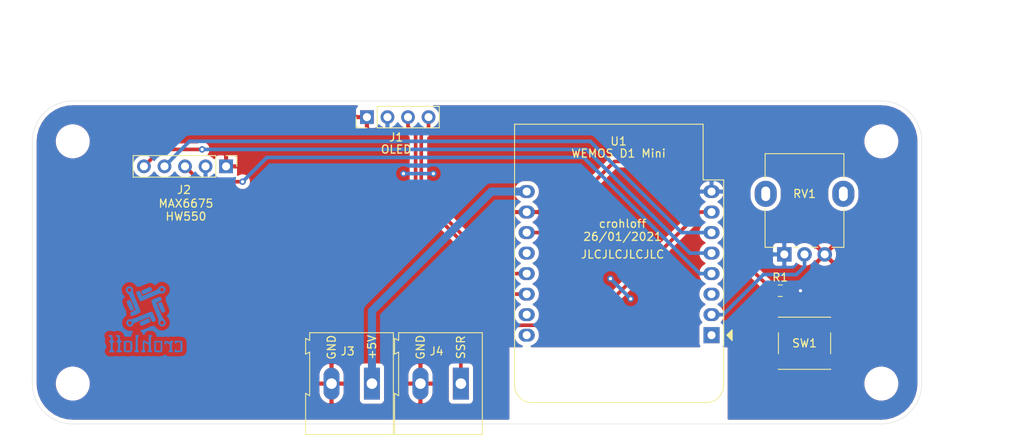
<source format=kicad_pcb>
(kicad_pcb (version 20171130) (host pcbnew 5.1.10-88a1d61d58~88~ubuntu20.04.1)
  (title_block (title "hotplate solder iron") (date 2021-01-26) (rev 1.0))
  (layers (0 F.Cu signal) (31 B.Cu signal) (34 B.Paste user) (35 F.Paste user) (36 B.SilkS user) (37 F.SilkS user) (38 B.Mask user) (39 F.Mask user) (44 Edge.Cuts user))
  (net 0 "")
  (net 1 /SDA)
  (net 2 /SCL)
  (net 3 +3V3)
  (net 4 GND)
  (net 5 /SCK)
  (net 6 /CS)
  (net 7 /MISO)
  (net 8 +5V)
  (net 9 /SSR)
  (net 10 /trigger)
  (net 11 "Net-(RV1-Pad2)")
  (net 12 "Net-(U1-Pad1)")
  (net 13 "Net-(U1-Pad3)")
  (net 14 "Net-(U1-Pad12)")
  (net 15 "Net-(U1-Pad15)")
  (net 16 "Net-(U1-Pad16)")
  (module custom_footprints:crohloff_logo_10x10mm (layer B.Cu) (at 158 155 180)
    (fp_text reference G*** hide)
    (fp_text value LOGO hide)
    (fp_poly (pts (xy 4.500985 -1.989608) (xy 4.560185 -2.023646) (xy 4.572 -2.0828) (xy 4.542234 -2.16247) (xy 4.445 -2.1844) (xy 4.369626 -2.192635) (xy 4.332024 -2.234662) (xy 4.319203 -2.336463) (xy 4.318 -2.4384) (xy 4.323349 -2.59075) (xy 4.346053 -2.666733) (xy 4.3961 -2.691313) (xy 4.4196 -2.6924) (xy 4.504502 -2.728321) (xy 4.5212 -2.794) (xy 4.485278 -2.878902) (xy 4.4196 -2.8956) (xy 4.373358 -2.902572) (xy 4.343755 -2.935748) (xy 4.327115 -3.013517) (xy 4.319758 -3.154269) (xy 4.318008 -3.376393) (xy 4.318 -3.4036) (xy 4.319394 -3.634809) (xy 4.326029 -3.782821) (xy 4.341583 -3.866023) (xy 4.369733 -3.902806) (xy 4.414158 -3.911558) (xy 4.4196 -3.9116) (xy 4.504502 -3.947521) (xy 4.5212 -4.0132) (xy 4.510908 -4.068184) (xy 4.465067 -4.098839) (xy 4.361227 -4.112072) (xy 4.191 -4.1148) (xy 4.012301 -4.111633) (xy 3.912672 -4.097528) (xy 3.869662 -4.065577) (xy 3.8608 -4.0132) (xy 3.896721 -3.928297) (xy 3.9624 -3.9116) (xy 4.008641 -3.904627) (xy 4.038244 -3.871451) (xy 4.054884 -3.793682) (xy 4.062241 -3.65293) (xy 4.063991 -3.430806) (xy 4.064 -3.4036) (xy 4.062605 -3.17239) (xy 4.05597 -3.024378) (xy 4.040416 -2.941176) (xy 4.012266 -2.904393) (xy 3.967841 -2.895641) (xy 3.9624 -2.8956) (xy 3.877497 -2.859678) (xy 3.8608 -2.794) (xy 3.896721 -2.709097) (xy 3.9624 -2.6924) (xy 4.026252 -2.677204) (xy 4.05621 -2.614306) (xy 4.063983 -2.47774) (xy 4.064 -2.467107) (xy 4.075347 -2.294183) (xy 4.103582 -2.142311) (xy 4.113542 -2.111507) (xy 4.163162 -2.025228) (xy 4.247194 -1.988066) (xy 4.367542 -1.9812) (xy 4.500985 -1.989608)) (layer B.Cu) (width 0.01))
    (fp_poly (pts (xy 3.593403 -1.990709) (xy 3.648508 -2.028657) (xy 3.6576 -2.0828) (xy 3.627834 -2.16247) (xy 3.5306 -2.1844) (xy 3.455226 -2.192635) (xy 3.417624 -2.234662) (xy 3.404803 -2.336463) (xy 3.4036 -2.4384) (xy 3.408949 -2.59075) (xy 3.431653 -2.666733) (xy 3.4817 -2.691313) (xy 3.5052 -2.6924) (xy 3.590102 -2.728321) (xy 3.6068 -2.794) (xy 3.570878 -2.878902) (xy 3.5052 -2.8956) (xy 3.458958 -2.902572) (xy 3.429355 -2.935748) (xy 3.412715 -3.013517) (xy 3.405358 -3.154269) (xy 3.403608 -3.376393) (xy 3.4036 -3.4036) (xy 3.404994 -3.634809) (xy 3.411629 -3.782821) (xy 3.427183 -3.866023) (xy 3.455333 -3.902806) (xy 3.499758 -3.911558) (xy 3.5052 -3.9116) (xy 3.590102 -3.947521) (xy 3.6068 -4.0132) (xy 3.596248 -4.06875) (xy 3.549457 -4.099415) (xy 3.443721 -4.112365) (xy 3.285066 -4.1148) (xy 3.112619 -4.109817) (xy 2.983272 -4.096832) (xy 2.929466 -4.080933) (xy 2.893189 -3.996184) (xy 2.940914 -3.93024) (xy 3.0226 -3.9116) (xy 3.080396 -3.908473) (xy 3.1173 -3.886685) (xy 3.137999 -3.827621) (xy 3.147178 -3.712666) (xy 3.149524 -3.523206) (xy 3.1496 -3.407133) (xy 3.148388 -3.17701) (xy 3.141955 -3.029285) (xy 3.126107 -2.94476) (xy 3.096649 -2.904237) (xy 3.049385 -2.88852) (xy 3.035818 -2.886433) (xy 2.935592 -2.843394) (xy 2.90122 -2.774434) (xy 2.935642 -2.713215) (xy 3.018875 -2.6924) (xy 3.092228 -2.686104) (xy 3.131285 -2.65103) (xy 3.146818 -2.562898) (xy 3.1496 -2.397759) (xy 3.161631 -2.18954) (xy 3.206894 -2.062845) (xy 3.299144 -1.99948) (xy 3.452136 -1.981255) (xy 3.46456 -1.9812) (xy 3.593403 -1.990709)) (layer B.Cu) (width 0.01))
    (fp_poly (pts (xy 2.405538 -2.695821) (xy 2.54791 -2.708203) (xy 2.626888 -2.732727) (xy 2.661493 -2.772569) (xy 2.661564 -2.772754) (xy 2.673939 -2.853895) (xy 2.683945 -3.012566) (xy 2.690455 -3.224704) (xy 2.6924 -3.431367) (xy 2.690093 -3.705968) (xy 2.674907 -3.894961) (xy 2.634437 -4.014338) (xy 2.556281 -4.08009) (xy 2.428036 -4.108209) (xy 2.2373 -4.114686) (xy 2.162339 -4.1148) (xy 1.962324 -4.107773) (xy 1.833453 -4.08206) (xy 1.74595 -4.030708) (xy 1.7272 -4.0132) (xy 1.679905 -3.953309) (xy 1.649828 -3.873006) (xy 1.63326 -3.749931) (xy 1.626496 -3.561724) (xy 1.6256 -3.40026) (xy 1.627816 -3.119991) (xy 1.642681 -2.925608) (xy 1.652305 -2.8956) (xy 1.8796 -2.8956) (xy 1.8796 -3.9116) (xy 2.4384 -3.9116) (xy 2.4384 -2.8956) (xy 1.8796 -2.8956) (xy 1.652305 -2.8956) (xy 1.682518 -2.801397) (xy 1.759652 -2.731645) (xy 1.886405 -2.700638) (xy 2.075102 -2.692662) (xy 2.180752 -2.6924) (xy 2.405538 -2.695821)) (layer B.Cu) (width 0.01))
    (fp_poly (pts (xy 1.2192 -2.9464) (xy 1.21958 -3.281481) (xy 1.221698 -3.528407) (xy 1.227021 -3.700625) (xy 1.237017 -3.811579) (xy 1.253153 -3.874715) (xy 1.276895 -3.903478) (xy 1.309712 -3.911313) (xy 1.324524 -3.9116) (xy 1.405481 -3.938936) (xy 1.412931 -4.0005) (xy 1.380466 -4.054308) (xy 1.293867 -4.086024) (xy 1.130864 -4.103164) (xy 1.104406 -4.104635) (xy 0.939579 -4.109813) (xy 0.852017 -4.098396) (xy 0.817816 -4.063095) (xy 0.8128 -4.015735) (xy 0.843972 -3.931005) (xy 0.889 -3.9116) (xy 0.917235 -3.898457) (xy 0.937685 -3.850126) (xy 0.951529 -3.753257) (xy 0.959943 -3.594497) (xy 0.964107 -3.360495) (xy 0.9652 -3.048) (xy 0.96404 -2.727999) (xy 0.959775 -2.496228) (xy 0.951228 -2.339335) (xy 0.93722 -2.243969) (xy 0.916573 -2.196777) (xy 0.889 -2.1844) (xy 0.826943 -2.142048) (xy 0.8128 -2.0828) (xy 0.82984 -2.016329) (xy 0.898713 -1.986952) (xy 1.016 -1.9812) (xy 1.2192 -1.9812) (xy 1.2192 -2.9464)) (layer B.Cu) (width 0.01))
    (fp_poly (pts (xy -0.4064 -2.950382) (xy -0.107552 -2.784832) (xy 0.066432 -2.695394) (xy 0.19061 -2.656808) (xy 0.273278 -2.678534) (xy 0.322736 -2.770036) (xy 0.347282 -2.940776) (xy 0.355213 -3.200217) (xy 0.3556 -3.312976) (xy 0.356977 -3.558322) (xy 0.363249 -3.720536) (xy 0.377626 -3.818071) (xy 0.403321 -3.869382) (xy 0.443543 -3.892921) (xy 0.4572 -3.89688) (xy 0.540211 -3.958993) (xy 0.5588 -4.019124) (xy 0.544826 -4.074681) (xy 0.487158 -4.103614) (xy 0.362177 -4.114012) (xy 0.2794 -4.1148) (xy 0.117233 -4.110048) (xy 0.032774 -4.090364) (xy 0.00236 -4.047602) (xy 0 -4.018635) (xy 0.035358 -3.923983) (xy 0.0762 -3.893229) (xy 0.113226 -3.857826) (xy 0.136536 -3.774295) (xy 0.148726 -3.625138) (xy 0.152393 -3.392857) (xy 0.1524 -3.379794) (xy 0.149124 -3.172046) (xy 0.140319 -3.008898) (xy 0.127516 -2.912377) (xy 0.118747 -2.8956) (xy 0.060908 -2.920999) (xy -0.053614 -2.986645) (xy -0.160653 -3.053295) (xy -0.4064 -3.210991) (xy -0.4064 -3.561295) (xy -0.402194 -3.751053) (xy -0.386573 -3.859173) (xy -0.355037 -3.905384) (xy -0.326476 -3.9116) (xy -0.265691 -3.949475) (xy -0.263451 -4.0005) (xy -0.299043 -4.056947) (xy -0.393616 -4.089376) (xy -0.546576 -4.104754) (xy -0.702314 -4.109642) (xy -0.78188 -4.095458) (xy -0.810131 -4.053903) (xy -0.8128 -4.015854) (xy -0.781656 -3.931031) (xy -0.7366 -3.9116) (xy -0.708365 -3.898457) (xy -0.687915 -3.850126) (xy -0.674071 -3.753257) (xy -0.665657 -3.594497) (xy -0.661493 -3.360495) (xy -0.6604 -3.048) (xy -0.66156 -2.727999) (xy -0.665825 -2.496228) (xy -0.674372 -2.339335) (xy -0.68838 -2.243969) (xy -0.709027 -2.196777) (xy -0.7366 -2.1844) (xy -0.798657 -2.142048) (xy -0.8128 -2.0828) (xy -0.79576 -2.016329) (xy -0.726887 -1.986952) (xy -0.6096 -1.9812) (xy -0.4064 -1.9812) (xy -0.4064 -2.950382)) (layer B.Cu) (width 0.01))
    (fp_poly (pts (xy -1.077839 -3.352266) (xy -1.073344 -3.644852) (xy -1.08186 -3.851012) (xy -1.113245 -3.985872) (xy -1.177358 -4.06456) (xy -1.284056 -4.1022) (xy -1.443196 -4.113918) (xy -1.5748 -4.1148) (xy -1.769118 -4.105176) (xy -1.924399 -4.079757) (xy -1.998552 -4.050766) (xy -2.035296 -4.011967) (xy -2.059256 -3.947597) (xy -2.072315 -3.839692) (xy -2.076354 -3.670291) (xy -2.073258 -3.42143) (xy -2.071762 -3.352266) (xy -2.061425 -2.8956) (xy -1.8796 -2.8956) (xy -1.8796 -3.369733) (xy -1.875951 -3.580363) (xy -1.866165 -3.751332) (xy -1.851982 -3.858064) (xy -1.843452 -3.880015) (xy -1.775688 -3.898071) (xy -1.6428 -3.904125) (xy -1.551352 -3.901182) (xy -1.2954 -3.8862) (xy -1.280861 -3.3909) (xy -1.266321 -2.8956) (xy -1.8796 -2.8956) (xy -2.061425 -2.8956) (xy -2.0574 -2.7178) (xy -1.0922 -2.7178) (xy -1.077839 -3.352266)) (layer B.Cu) (width 0.01))
    (fp_poly (pts (xy -3.06746 -2.70092) (xy -3.008705 -2.735356) (xy -2.9972 -2.794) (xy -2.987849 -2.872137) (xy -2.947113 -2.886544) (xy -2.855968 -2.836908) (xy -2.789248 -2.790615) (xy -2.633301 -2.716386) (xy -2.502006 -2.701715) (xy -2.412493 -2.723431) (xy -2.368155 -2.78141) (xy -2.348711 -2.905921) (xy -2.34658 -2.9337) (xy -2.343077 -3.070445) (xy -2.366016 -3.133506) (xy -2.425961 -3.149548) (xy -2.432105 -3.1496) (xy -2.520449 -3.109827) (xy -2.549326 -3.026712) (xy -2.5654 -2.903824) (xy -2.9972 -3.159916) (xy -2.9972 -3.535758) (xy -2.993117 -3.735166) (xy -2.978375 -3.851649) (xy -2.949236 -3.903647) (xy -2.921 -3.9116) (xy -2.858944 -3.953951) (xy -2.8448 -4.0132) (xy -2.856928 -4.071914) (xy -2.909361 -4.102501) (xy -3.026179 -4.113716) (xy -3.1242 -4.1148) (xy -3.285665 -4.11039) (xy -3.369779 -4.091323) (xy -3.400621 -4.048844) (xy -3.4036 -4.0132) (xy -3.371837 -3.930457) (xy -3.3274 -3.9116) (xy -3.291867 -3.894813) (xy -3.269054 -3.833311) (xy -3.256454 -3.710383) (xy -3.251561 -3.509319) (xy -3.2512 -3.4036) (xy -3.253719 -3.166709) (xy -3.262944 -3.01462) (xy -3.281383 -2.930622) (xy -3.311543 -2.898004) (xy -3.3274 -2.8956) (xy -3.389457 -2.853248) (xy -3.4036 -2.794) (xy -3.38656 -2.727529) (xy -3.317687 -2.698152) (xy -3.2004 -2.6924) (xy -3.06746 -2.70092)) (layer B.Cu) (width 0.01))
    (fp_poly (pts (xy -3.6068 -2.8702) (xy -3.618166 -2.992743) (xy -3.662534 -3.042188) (xy -3.7084 -3.048) (xy -3.791143 -3.016236) (xy -3.81 -2.9718) (xy -3.837192 -2.92388) (xy -3.931337 -2.900476) (xy -4.064 -2.8956) (xy -4.318 -2.8956) (xy -4.318 -3.9116) (xy -4.064 -3.9116) (xy -3.912045 -3.906481) (xy -3.836238 -3.884151) (xy -3.811353 -3.83415) (xy -3.81 -3.806275) (xy -3.782628 -3.725288) (xy -3.7211 -3.717797) (xy -3.651658 -3.771925) (xy -3.617843 -3.909239) (xy -3.616434 -3.924722) (xy -3.600667 -4.1148) (xy -3.997434 -4.113255) (xy -4.198966 -4.10611) (xy -4.368551 -4.088637) (xy -4.474045 -4.064366) (xy -4.4831 -4.05993) (xy -4.521696 -4.024888) (xy -4.547398 -3.961105) (xy -4.562693 -3.850445) (xy -4.570065 -3.674776) (xy -4.572 -3.415962) (xy -4.572 -3.411235) (xy -4.566284 -3.097153) (xy -4.549183 -2.882238) (xy -4.520772 -2.767286) (xy -4.511041 -2.75336) (xy -4.425062 -2.720422) (xy -4.254637 -2.699405) (xy -4.028441 -2.6924) (xy -3.6068 -2.6924) (xy -3.6068 -2.8702)) (layer B.Cu) (width 0.01))
    (fp_poly (pts (xy -0.644939 0.895359) (xy -0.496126 0.84185) (xy -0.281647 0.759299) (xy -0.015393 0.65313) (xy 0.288749 0.528768) (xy 0.523278 0.431056) (xy 0.891338 0.277593) (xy 1.178977 0.160707) (xy 1.398816 0.076155) (xy 1.563473 0.019697) (xy 1.68557 -0.01291) (xy 1.777726 -0.025905) (xy 1.852561 -0.023532) (xy 1.868939 -0.021212) (xy 2.015369 -0.012719) (xy 2.131221 -0.055652) (xy 2.22544 -0.126583) (xy 2.347489 -0.281433) (xy 2.388759 -0.453549) (xy 2.36138 -0.624535) (xy 2.277478 -0.775992) (xy 2.149182 -0.889522) (xy 1.988618 -0.946726) (xy 1.807914 -0.929206) (xy 1.721513 -0.891071) (xy 1.601837 -0.787523) (xy 1.528778 -0.675152) (xy 1.496907 -0.62155) (xy 1.440234 -0.567989) (xy 1.369066 -0.52244) (xy 1.714322 -0.52244) (xy 1.774075 -0.628096) (xy 1.876276 -0.692392) (xy 1.993814 -0.702924) (xy 2.099578 -0.647286) (xy 2.14464 -0.580254) (xy 2.174967 -0.431737) (xy 2.117146 -0.328991) (xy 1.977933 -0.281518) (xy 1.930682 -0.2794) (xy 1.797587 -0.300768) (xy 1.729145 -0.375288) (xy 1.724126 -0.387832) (xy 1.714322 -0.52244) (xy 1.369066 -0.52244) (xy 1.346208 -0.507811) (xy 1.202275 -0.434359) (xy 0.995884 -0.340976) (xy 0.714482 -0.221005) (xy 0.518465 -0.139315) (xy 0.227222 -0.019638) (xy -0.033426 0.085376) (xy -0.248463 0.169845) (xy -0.402871 0.22789) (xy -0.481632 0.253631) (xy -0.486983 0.254385) (xy -0.533826 0.211029) (xy -0.602405 0.098054) (xy -0.673681 -0.0508) (xy -0.753056 -0.220211) (xy -0.81775 -0.31355) (xy -0.884944 -0.351218) (xy -0.93037 -0.3556) (xy -1.062998 -0.323771) (xy -1.172774 -0.260673) (xy -1.290003 -0.165747) (xy -1.094685 0.310827) (xy -0.990333 0.560872) (xy -0.912764 0.731031) (xy -0.852507 0.836327) (xy -0.800091 0.891787) (xy -0.746045 0.912434) (xy -0.7142 0.9144) (xy -0.644939 0.895359)) (layer B.Cu) (width 0.01))
    (fp_poly (pts (xy -0.345185 0.08182) (xy -0.210954 0.02934) (xy -0.031603 -0.045544) (xy 0.1694 -0.132539) (xy 0.368587 -0.221349) (xy 0.542492 -0.301682) (xy 0.667647 -0.363243) (xy 0.719223 -0.394103) (xy 0.728918 -0.465295) (xy 0.698181 -0.583413) (xy 0.64269 -0.710683) (xy 0.578125 -0.809332) (xy 0.5334 -0.841766) (xy 0.468424 -0.827055) (xy 0.332328 -0.778764) (xy 0.146661 -0.704964) (xy -0.01659 -0.635802) (xy -0.227419 -0.541407) (xy -0.405411 -0.456503) (xy -0.528415 -0.391963) (xy -0.571165 -0.363555) (xy -0.594441 -0.291962) (xy -0.560721 -0.165736) (xy -0.53416 -0.103284) (xy -0.47203 0.020471) (xy -0.423208 0.093368) (xy -0.410828 0.1016) (xy -0.345185 0.08182)) (layer B.Cu) (width 0.01))
    (fp_poly (pts (xy 2.045489 2.338191) (xy 2.125938 2.307327) (xy 2.254811 2.248118) (xy 2.340946 2.198761) (xy 2.350757 2.190653) (xy 2.349291 2.12879) (xy 2.310002 1.999331) (xy 2.242866 1.824332) (xy 2.157858 1.625853) (xy 2.064954 1.42595) (xy 1.97413 1.246681) (xy 1.895359 1.110105) (xy 1.838618 1.038279) (xy 1.827047 1.032607) (xy 1.732287 1.045635) (xy 1.600917 1.090113) (xy 1.5875 1.095894) (xy 1.478107 1.153699) (xy 1.42365 1.201228) (xy 1.422298 1.206646) (xy 1.441338 1.271371) (xy 1.491906 1.405078) (xy 1.563993 1.584029) (xy 1.647589 1.784485) (xy 1.732685 1.982708) (xy 1.809273 2.154958) (xy 1.867342 2.277497) (xy 1.892857 2.322677) (xy 1.948114 2.355449) (xy 2.045489 2.338191)) (layer B.Cu) (width 0.01))
    (fp_poly (pts (xy -1.581805 2.697684) (xy -1.366134 2.618631) (xy -1.1938 2.547682) (xy -0.964456 2.445526) (xy -0.818283 2.365063) (xy -0.741492 2.297636) (xy -0.721215 2.250956) (xy -0.73581 2.176508) (xy -0.784996 2.022676) (xy -0.863585 1.803566) (xy -0.966389 1.533285) (xy -1.088224 1.225938) (xy -1.186603 0.985297) (xy -1.347875 0.590943) (xy -1.469762 0.281245) (xy -1.554982 0.048391) (xy -1.606255 -0.115429) (xy -1.626301 -0.218023) (xy -1.621089 -0.26243) (xy -1.574767 -0.447768) (xy -1.624703 -0.634836) (xy -1.723293 -0.765907) (xy -1.903992 -0.888575) (xy -2.094136 -0.915047) (xy -2.277722 -0.844954) (xy -2.355273 -0.780472) (xy -2.472448 -0.601951) (xy -2.493975 -0.409885) (xy -2.276429 -0.409885) (xy -2.258838 -0.53854) (xy -2.201927 -0.618299) (xy -2.089652 -0.700254) (xy -1.976842 -0.685962) (xy -1.8796 -0.6096) (xy -1.797614 -0.512955) (xy -1.789426 -0.432879) (xy -1.851557 -0.324021) (xy -1.857081 -0.316103) (xy -1.968372 -0.21869) (xy -2.093953 -0.221705) (xy -2.1931 -0.287273) (xy -2.276429 -0.409885) (xy -2.493975 -0.409885) (xy -2.494216 -0.407735) (xy -2.421569 -0.214223) (xy -2.313286 -0.08631) (xy -2.240023 -0.00512) (xy -2.161956 0.112019) (xy -2.072509 0.277922) (xy -1.965102 0.505406) (xy -1.833158 0.807287) (xy -1.73449 1.0414) (xy -1.331609 2.0066) (xy -1.654179 2.154665) (xy -1.818273 2.236393) (xy -1.941744 2.30989) (xy -1.99854 2.359598) (xy -1.998928 2.360525) (xy -1.995721 2.443202) (xy -1.958245 2.567467) (xy -1.952806 2.580761) (xy -1.901814 2.673568) (xy -1.833648 2.724456) (xy -1.73231 2.732727) (xy -1.581805 2.697684)) (layer B.Cu) (width 0.01))
    (fp_poly (pts (xy -1.804683 2.076924) (xy -1.674823 2.029986) (xy -1.56878 1.976916) (xy -1.524014 1.931289) (xy -1.524 1.930672) (xy -1.543611 1.85169) (xy -1.595902 1.710413) (xy -1.671062 1.528512) (xy -1.759278 1.327657) (xy -1.850738 1.129518) (xy -1.93563 0.955765) (xy -2.004144 0.828068) (xy -2.046465 0.768097) (xy -2.051285 0.766144) (xy -2.133494 0.788069) (xy -2.258445 0.836075) (xy -2.2733 0.84249) (xy -2.383437 0.910241) (xy -2.437323 0.981826) (xy -2.4384 0.991013) (xy -2.419298 1.068171) (xy -2.368802 1.212824) (xy -2.297125 1.399973) (xy -2.214484 1.604621) (xy -2.131091 1.801769) (xy -2.057163 1.966418) (xy -2.002913 2.073571) (xy -1.98603 2.09811) (xy -1.920905 2.104157) (xy -1.804683 2.076924)) (layer B.Cu) (width 0.01))
    (fp_poly (pts (xy 2.191308 3.996226) (xy 2.27611 3.937527) (xy 2.389071 3.819278) (xy 2.433867 3.692582) (xy 2.4384 3.609136) (xy 2.411042 3.448938) (xy 2.34161 3.298144) (xy 2.249065 3.188046) (xy 2.159954 3.1496) (xy 2.118514 3.10413) (xy 2.045063 2.974855) (xy 1.944885 2.772477) (xy 1.823263 2.507699) (xy 1.685482 2.191224) (xy 1.677188 2.1717) (xy 1.55281 1.87763) (xy 1.442482 1.615041) (xy 1.352215 1.39838) (xy 1.288019 1.242095) (xy 1.255903 1.160634) (xy 1.253447 1.153063) (xy 1.290887 1.112034) (xy 1.396693 1.049338) (xy 1.498743 1.000663) (xy 1.687577 0.91495) (xy 1.801135 0.852217) (xy 1.858297 0.797269) (xy 1.877943 0.73491) (xy 1.8796 0.694106) (xy 1.855571 0.5849) (xy 1.798353 0.467006) (xy 1.73025 0.379328) (xy 1.686219 0.356769) (xy 1.62775 0.376011) (xy 1.496699 0.427206) (xy 1.31378 0.502075) (xy 1.143 0.573885) (xy 0.903791 0.680035) (xy 0.746527 0.762099) (xy 0.657012 0.828844) (xy 0.62105 0.88904) (xy 0.619513 0.89722) (xy 0.634418 0.972618) (xy 0.684572 1.126891) (xy 0.764632 1.345775) (xy 0.869254 1.615006) (xy 0.993095 1.92032) (xy 1.085278 2.140603) (xy 1.23765 2.502328) (xy 1.353689 2.784304) (xy 1.437819 2.999848) (xy 1.494463 3.162279) (xy 1.528045 3.284913) (xy 1.542991 3.381069) (xy 1.543722 3.464064) (xy 1.539706 3.508605) (xy 1.532046 3.671283) (xy 1.533077 3.674912) (xy 1.759419 3.674912) (xy 1.768606 3.540247) (xy 1.80297 3.473327) (xy 1.914216 3.375069) (xy 2.04176 3.360518) (xy 2.153875 3.426393) (xy 2.204904 3.514865) (xy 2.218059 3.664807) (xy 2.145551 3.767253) (xy 1.997154 3.809561) (xy 1.976767 3.81) (xy 1.832729 3.772429) (xy 1.759419 3.674912) (xy 1.533077 3.674912) (xy 1.56421 3.784427) (xy 1.632741 3.87862) (xy 1.805238 4.012143) (xy 1.997752 4.051924) (xy 2.191308 3.996226)) (layer B.Cu) (width 0.01))
    (fp_poly (pts (xy -0.509953 3.942878) (xy -0.365084 3.889875) (xy -0.170988 3.81174) (xy 0.027247 3.727101) (xy 0.264854 3.61981) (xy 0.420164 3.540466) (xy 0.505903 3.481051) (xy 0.534794 3.433545) (xy 0.531068 3.409601) (xy 0.48887 3.300695) (xy 0.447034 3.1877) (xy 0.383846 3.086405) (xy 0.31253 3.051554) (xy 0.233372 3.072482) (xy 0.084639 3.126325) (xy -0.110583 3.204333) (xy -0.2794 3.275943) (xy -0.488595 3.372998) (xy -0.658694 3.463521) (xy -0.769923 3.536267) (xy -0.803169 3.573779) (xy -0.791686 3.67873) (xy -0.738019 3.803916) (xy -0.663765 3.911061) (xy -0.590517 3.961888) (xy -0.583913 3.9624) (xy -0.509953 3.942878)) (layer B.Cu) (width 0.01))
    (fp_poly (pts (xy -1.962158 4.080582) (xy -1.850123 4.040171) (xy -1.690752 3.935696) (xy -1.614774 3.823589) (xy -1.585977 3.771402) (xy -1.532657 3.718633) (xy -1.442706 3.658711) (xy -1.304016 3.585067) (xy -1.104481 3.491131) (xy -0.831993 3.370332) (xy -0.574053 3.258832) (xy -0.28105 3.134017) (xy -0.021292 3.02541) (xy 0.191417 2.938615) (xy 0.343272 2.879236) (xy 0.420465 2.852875) (xy 0.427252 2.852432) (xy 0.452305 2.905206) (xy 0.503444 3.024778) (xy 0.559984 3.161775) (xy 0.636608 3.320613) (xy 0.715343 3.437656) (xy 0.768591 3.481892) (xy 0.867158 3.47948) (xy 0.992255 3.438332) (xy 1.104817 3.376405) (xy 1.165783 3.311656) (xy 1.1684 3.298106) (xy 1.148387 3.220507) (xy 1.09548 3.078482) (xy 1.02037 2.896176) (xy 0.933753 2.697738) (xy 0.846322 2.507312) (xy 0.768769 2.349047) (xy 0.71179 2.247089) (xy 0.692399 2.223278) (xy 0.603881 2.190471) (xy 0.5842 2.189622) (xy 0.525312 2.210232) (xy 0.386761 2.266214) (xy 0.181851 2.351957) (xy -0.076114 2.461852) (xy -0.373828 2.590289) (xy -0.6096 2.692964) (xy -0.972687 2.850761) (xy -1.256137 2.971112) (xy -1.472855 3.058506) (xy -1.635747 3.117429) (xy -1.757719 3.15237) (xy -1.851677 3.167817) (xy -1.930526 3.168256) (xy -1.965865 3.164577) (xy -2.11374 3.155876) (xy -2.217927 3.191037) (xy -2.330684 3.288074) (xy -2.334165 3.291549) (xy -2.459422 3.474354) (xy -2.491759 3.652) (xy -2.273204 3.652) (xy -2.247005 3.535186) (xy -2.165182 3.442294) (xy -2.034666 3.403613) (xy -2.032 3.4036) (xy -1.886937 3.441502) (xy -1.827774 3.507119) (xy -1.79459 3.651882) (xy -1.843066 3.770517) (xy -1.953366 3.841496) (xy -2.105653 3.843289) (xy -2.131002 3.836225) (xy -2.236847 3.762443) (xy -2.273204 3.652) (xy -2.491759 3.652) (xy -2.49421 3.665459) (xy -2.442103 3.843947) (xy -2.306672 3.988904) (xy -2.205712 4.043583) (xy -2.073328 4.087061) (xy -1.962158 4.080582)) (layer B.Cu) (width 0.01))
  )
  (module Module:WEMOS_D1_mini_light (layer F.Cu) (at 228 157 180)
    (fp_text reference U1 (at 11.5 24) (layer F.SilkS))
    (fp_text value WeMos_D1_mini hide)
    (fp_line (start 1.04 26.12) (end 24.36 26.12) (layer F.SilkS) (width 0.12))
    (fp_line (start -1.5 19.22) (end -1.5 -6.21) (layer F.SilkS) (width 0.12))
    (fp_line (start 24.36 26.12) (end 24.36 -6.21) (layer F.SilkS) (width 0.12))
    (fp_line (start 22.24 -8.34) (end 0.63 -8.34) (layer F.SilkS) (width 0.12))
    (fp_poly (pts (xy -2.54 -0.635) (xy -2.54 0.635) (xy -1.905 0)) (layer F.SilkS) (width 0.15))
    (fp_line (start -1.5 19.22) (end 1.04 19.22) (layer F.SilkS) (width 0.12))
    (fp_line (start 1.04 19.22) (end 1.04 26.12) (layer F.SilkS) (width 0.12))
    (fp_arc (start 0.63 -6.21) (end 0.63 -8.34) (angle -90) (layer F.SilkS) (width 0.12))
    (fp_arc (start 22.23 -6.21) (end 24.36 -6.21) (angle -90) (layer F.SilkS) (width 0.12))
    (pad 2 thru_hole oval (at 0 2.54 180) (size 2 1.6) (drill 1) (layers *.Cu *.Mask) (net 11 "Net-(RV1-Pad2)"))
    (pad 1 thru_hole rect (at 0 0 180) (size 2 2) (drill 1) (layers *.Cu *.Mask) (net 12 "Net-(U1-Pad1)"))
    (pad 3 thru_hole oval (at 0 5.08 180) (size 2 1.6) (drill 1) (layers *.Cu *.Mask) (net 13 "Net-(U1-Pad3)"))
    (pad 4 thru_hole oval (at 0 7.62 180) (size 2 1.6) (drill 1) (layers *.Cu *.Mask) (net 5 /SCK))
    (pad 5 thru_hole oval (at 0 10.16 180) (size 2 1.6) (drill 1) (layers *.Cu *.Mask) (net 7 /MISO))
    (pad 6 thru_hole oval (at 0 12.7 180) (size 2 1.6) (drill 1) (layers *.Cu *.Mask) (net 6 /CS))
    (pad 7 thru_hole oval (at 0 15.24 180) (size 2 1.6) (drill 1) (layers *.Cu *.Mask) (net 9 /SSR))
    (pad 8 thru_hole oval (at 0 17.78 180) (size 2 1.6) (drill 1) (layers *.Cu *.Mask) (net 3 +3V3))
    (pad 9 thru_hole oval (at 22.86 17.78 180) (size 2 1.6) (drill 1) (layers *.Cu *.Mask) (net 8 +5V))
    (pad 10 thru_hole oval (at 22.86 15.24 180) (size 2 1.6) (drill 1) (layers *.Cu *.Mask) (net 4 GND))
    (pad 11 thru_hole oval (at 22.86 12.7 180) (size 2 1.6) (drill 1) (layers *.Cu *.Mask) (net 10 /trigger))
    (pad 12 thru_hole oval (at 22.86 10.16 180) (size 2 1.6) (drill 1) (layers *.Cu *.Mask) (net 14 "Net-(U1-Pad12)"))
    (pad 13 thru_hole oval (at 22.86 7.62 180) (size 2 1.6) (drill 1) (layers *.Cu *.Mask) (net 1 /SDA))
    (pad 14 thru_hole oval (at 22.86 5.08 180) (size 2 1.6) (drill 1) (layers *.Cu *.Mask) (net 2 /SCL))
    (pad 15 thru_hole oval (at 22.86 2.54 180) (size 2 1.6) (drill 1) (layers *.Cu *.Mask) (net 15 "Net-(U1-Pad15)"))
    (pad 16 thru_hole oval (at 22.86 0 180) (size 2 1.6) (drill 1) (layers *.Cu *.Mask) (net 16 "Net-(U1-Pad16)"))
  )
  (module MountingHole:MountingHole_3.2mm_M3 (layer F.Cu) (at 149 163)
    (fp_text reference H1 hide)
    (fp_text value MountingHole hide)
    (pad 1 np_thru_hole circle (at 0 0) (size 3.2 3.2) (drill 3.2) (layers *.Cu *.Mask))
  )
  (module MountingHole:MountingHole_3.2mm_M3 (layer F.Cu) (at 249 163)
    (fp_text reference H2 hide)
    (fp_text value MountingHole hide)
    (pad 1 np_thru_hole circle (at 0 0) (size 3.2 3.2) (drill 3.2) (layers *.Cu *.Mask))
  )
  (module MountingHole:MountingHole_3.2mm_M3 (layer F.Cu) (at 149 133)
    (fp_text reference H3 hide)
    (fp_text value MountingHole hide)
    (pad 1 np_thru_hole circle (at 0 0) (size 3.2 3.2) (drill 3.2) (layers *.Cu *.Mask))
  )
  (module MountingHole:MountingHole_3.2mm_M3 (layer F.Cu) (at 249 133)
    (fp_text reference H4 hide)
    (fp_text value MountingHole hide)
    (pad 1 np_thru_hole circle (at 0 0) (size 3.2 3.2) (drill 3.2) (layers *.Cu *.Mask))
  )
  (module Connector_PinHeader_2.54mm:PinHeader_1x04_P2.54mm_Vertical (layer F.Cu) (at 185.38 130 90)
    (fp_text reference J1 (at -2.5 3.62 180) (layer F.SilkS))
    (fp_text value OLED hide)
    (fp_line (start -1.33 8.95) (end 1.33 8.95) (layer F.SilkS) (width 0.12))
    (fp_line (start -1.33 1.27) (end -1.33 8.95) (layer F.SilkS) (width 0.12))
    (fp_line (start 1.33 1.27) (end 1.33 8.95) (layer F.SilkS) (width 0.12))
    (fp_line (start -1.33 1.27) (end 1.33 1.27) (layer F.SilkS) (width 0.12))
    (fp_line (start -1.33 0) (end -1.33 -1.33) (layer F.SilkS) (width 0.12))
    (fp_line (start -1.33 -1.33) (end 0 -1.33) (layer F.SilkS) (width 0.12))
    (pad 1 thru_hole rect (at 0 0 90) (size 1.7 1.7) (drill 1) (layers *.Cu *.Mask) (net 4 GND))
    (pad 2 thru_hole oval (at 0 2.54 90) (size 1.7 1.7) (drill 1) (layers *.Cu *.Mask) (net 3 +3V3))
    (pad 3 thru_hole oval (at 0 5.08 90) (size 1.7 1.7) (drill 1) (layers *.Cu *.Mask) (net 2 /SCL))
    (pad 4 thru_hole oval (at 0 7.62 90) (size 1.7 1.7) (drill 1) (layers *.Cu *.Mask) (net 1 /SDA))
  )
  (module Connector_PinHeader_2.54mm:PinHeader_1x05_P2.54mm_Vertical (layer F.Cu) (at 167.96 136.1 270)
    (fp_text reference J2 (at 2.9 5.2 180) (layer F.SilkS))
    (fp_text value MAX6675_breakout hide)
    (fp_line (start -1.33 11.49) (end 1.33 11.49) (layer F.SilkS) (width 0.12))
    (fp_line (start -1.33 1.27) (end -1.33 11.49) (layer F.SilkS) (width 0.12))
    (fp_line (start 1.33 1.27) (end 1.33 11.49) (layer F.SilkS) (width 0.12))
    (fp_line (start -1.33 1.27) (end 1.33 1.27) (layer F.SilkS) (width 0.12))
    (fp_line (start -1.33 0) (end -1.33 -1.33) (layer F.SilkS) (width 0.12))
    (fp_line (start -1.33 -1.33) (end 0 -1.33) (layer F.SilkS) (width 0.12))
    (pad 1 thru_hole rect (at 0 0 270) (size 1.7 1.7) (drill 1) (layers *.Cu *.Mask) (net 4 GND))
    (pad 2 thru_hole oval (at 0 2.54 270) (size 1.7 1.7) (drill 1) (layers *.Cu *.Mask) (net 3 +3V3))
    (pad 3 thru_hole oval (at 0 5.08 270) (size 1.7 1.7) (drill 1) (layers *.Cu *.Mask) (net 5 /SCK))
    (pad 4 thru_hole oval (at 0 7.62 270) (size 1.7 1.7) (drill 1) (layers *.Cu *.Mask) (net 6 /CS))
    (pad 5 thru_hole oval (at 0 10.16 270) (size 1.7 1.7) (drill 1) (layers *.Cu *.Mask) (net 7 /MISO))
  )
  (module TerminalBlock:TerminalBlock_Altech_AK300-2_P5.00mm (layer F.Cu) (at 186 163 180)
    (fp_text reference J3 (at 3 4) (layer F.SilkS))
    (fp_text value 5V_power_supply hide)
    (fp_line (start -2.65 -6.3) (end -2.65 6.3) (layer F.SilkS) (width 0.12))
    (fp_line (start -2.65 6.3) (end 7.7 6.3) (layer F.SilkS) (width 0.12))
    (fp_line (start 7.7 6.3) (end 7.7 5.35) (layer F.SilkS) (width 0.12))
    (fp_line (start 7.7 5.35) (end 8.2 5.6) (layer F.SilkS) (width 0.12))
    (fp_line (start 8.2 5.6) (end 8.2 3.7) (layer F.SilkS) (width 0.12))
    (fp_line (start 8.2 3.7) (end 8.2 3.65) (layer F.SilkS) (width 0.12))
    (fp_line (start 8.2 3.65) (end 7.7 3.9) (layer F.SilkS) (width 0.12))
    (fp_line (start 7.7 3.9) (end 7.7 -1.5) (layer F.SilkS) (width 0.12))
    (fp_line (start 7.7 -1.5) (end 8.2 -1.2) (layer F.SilkS) (width 0.12))
    (fp_line (start 8.2 -1.2) (end 8.2 -6.3) (layer F.SilkS) (width 0.12))
    (fp_line (start 8.2 -6.3) (end -2.65 -6.3) (layer F.SilkS) (width 0.12))
    (pad 1 thru_hole rect (at 0 0 180) (size 1.98 3.96) (drill 1.32) (layers *.Cu *.Mask) (net 8 +5V))
    (pad 2 thru_hole oval (at 5 0 180) (size 1.98 3.96) (drill 1.32) (layers *.Cu *.Mask) (net 4 GND))
  )
  (module TerminalBlock:TerminalBlock_Altech_AK300-2_P5.00mm (layer F.Cu) (at 197 163 180)
    (fp_text reference J4 (at 3 4) (layer F.SilkS))
    (fp_text value SSR hide)
    (fp_line (start 8.2 -6.3) (end -2.65 -6.3) (layer F.SilkS) (width 0.12))
    (fp_line (start 8.2 -1.2) (end 8.2 -6.3) (layer F.SilkS) (width 0.12))
    (fp_line (start 7.7 -1.5) (end 8.2 -1.2) (layer F.SilkS) (width 0.12))
    (fp_line (start 7.7 3.9) (end 7.7 -1.5) (layer F.SilkS) (width 0.12))
    (fp_line (start 8.2 3.65) (end 7.7 3.9) (layer F.SilkS) (width 0.12))
    (fp_line (start 8.2 3.7) (end 8.2 3.65) (layer F.SilkS) (width 0.12))
    (fp_line (start 8.2 5.6) (end 8.2 3.7) (layer F.SilkS) (width 0.12))
    (fp_line (start 7.7 5.35) (end 8.2 5.6) (layer F.SilkS) (width 0.12))
    (fp_line (start 7.7 6.3) (end 7.7 5.35) (layer F.SilkS) (width 0.12))
    (fp_line (start -2.65 6.3) (end 7.7 6.3) (layer F.SilkS) (width 0.12))
    (fp_line (start -2.65 -6.3) (end -2.65 6.3) (layer F.SilkS) (width 0.12))
    (pad 2 thru_hole oval (at 5 0 180) (size 1.98 3.96) (drill 1.32) (layers *.Cu *.Mask) (net 4 GND))
    (pad 1 thru_hole rect (at 0 0 180) (size 1.98 3.96) (drill 1.32) (layers *.Cu *.Mask) (net 9 /SSR))
  )
  (module Resistor_SMD:R_0805_2012Metric (layer F.Cu) (at 236.5 151.5)
    (fp_text reference R1 (at 0 -1.65) (layer F.SilkS))
    (fp_text value 10k hide)
    (fp_line (start -0.258578 -0.71) (end 0.258578 -0.71) (layer F.SilkS) (width 0.12))
    (fp_line (start -0.258578 0.71) (end 0.258578 0.71) (layer F.SilkS) (width 0.12))
    (pad 1 smd roundrect (at -0.9375 0) (size 0.975 1.4) (layers F.Cu F.Paste F.Mask) (net 10 /trigger))
    (pad 2 smd roundrect (at 0.9375 0) (size 0.975 1.4) (layers F.Cu F.Paste F.Mask) (net 3 +3V3))
  )
  (module Button_Switch_SMD:SW_SPST_PTS645 (layer F.Cu) (at 239.5 158)
    (fp_text reference SW1 (at 0 0) (layer F.SilkS))
    (fp_text value SW_Push hide)
    (fp_line (start 3.23 -3.23) (end 3.23 -3.2) (layer F.SilkS) (width 0.12))
    (fp_line (start 3.23 3.23) (end 3.23 3.2) (layer F.SilkS) (width 0.12))
    (fp_line (start -3.23 3.23) (end -3.23 3.2) (layer F.SilkS) (width 0.12))
    (fp_line (start -3.23 -3.2) (end -3.23 -3.23) (layer F.SilkS) (width 0.12))
    (fp_line (start 3.23 -1.3) (end 3.23 1.3) (layer F.SilkS) (width 0.12))
    (fp_line (start -3.23 -3.23) (end 3.23 -3.23) (layer F.SilkS) (width 0.12))
    (fp_line (start -3.23 -1.3) (end -3.23 1.3) (layer F.SilkS) (width 0.12))
    (fp_line (start -3.23 3.23) (end 3.23 3.23) (layer F.SilkS) (width 0.12))
    (pad 2 smd rect (at -3.98 2.25) (size 1.55 1.3) (layers F.Cu F.Paste F.Mask) (net 4 GND))
    (pad 1 smd rect (at -3.98 -2.25) (size 1.55 1.3) (layers F.Cu F.Paste F.Mask) (net 10 /trigger))
    (pad 1 smd rect (at 3.98 -2.25) (size 1.55 1.3) (layers F.Cu F.Paste F.Mask) (net 10 /trigger))
    (pad 2 smd rect (at 3.98 2.25) (size 1.55 1.3) (layers F.Cu F.Paste F.Mask) (net 4 GND))
  )
  (module Potentiometer_THT:Potentiometer_Alpha_RD901F-40-00D_Single_Vertical (layer F.Cu) (at 237 147 90)
    (fp_text reference RV1 (at 7.5 2.5) (layer F.SilkS))
    (fp_text value R_Potentiometer hide)
    (fp_line (start 0.88 4.16) (end 0.88 3.33) (layer F.SilkS) (width 0.12))
    (fp_line (start 0.88 1.71) (end 0.88 1.18) (layer F.SilkS) (width 0.12))
    (fp_line (start 0.88 -1.19) (end 0.88 -2.37) (layer F.SilkS) (width 0.12))
    (fp_line (start 0.88 7.37) (end 5.6 7.37) (layer F.SilkS) (width 0.12))
    (fp_line (start 9.41 -2.37) (end 12.47 -2.37) (layer F.SilkS) (width 0.12))
    (fp_line (start 0.88 -2.38) (end 5.6 -2.38) (layer F.SilkS) (width 0.12))
    (fp_line (start 9.41 7.37) (end 12.47 7.37) (layer F.SilkS) (width 0.12))
    (fp_line (start 0.88 7.37) (end 0.88 5.88) (layer F.SilkS) (width 0.12))
    (fp_line (start 12.47 7.37) (end 12.47 -2.37) (layer F.SilkS) (width 0.12))
    (pad 1 thru_hole rect (at 0 0 180) (size 1.8 1.8) (drill 1) (layers *.Cu *.Mask) (net 3 +3V3))
    (pad 2 thru_hole circle (at 0 2.5 180) (size 1.8 1.8) (drill 1) (layers *.Cu *.Mask) (net 11 "Net-(RV1-Pad2)"))
    (pad 3 thru_hole circle (at 0 5 180) (size 1.8 1.8) (drill 1) (layers *.Cu *.Mask) (net 4 GND))
    (pad "" thru_hole oval (at 7.5 7.3 180) (size 2.72 3.24) (drill oval 1.1 1.8) (layers *.Cu *.Mask))
    (pad "" thru_hole oval (at 7.5 -2.3 180) (size 2.72 3.24) (drill oval 1.1 1.8) (layers *.Cu *.Mask))
  )
  (gr_text "crohloff\n26/01/2021" (at 217 144) (layer F.SilkS) (effects (font (size 1 1))))
  (gr_text JLCJLCJLCJLC (at 217 147) (layer F.SilkS) (effects (font (size 1 1))))
  (gr_text GND (at 181 158.5 90) (layer F.SilkS) (effects (font (size 1 1))))
  (gr_text +5V (at 186 158.5 90) (layer F.SilkS) (effects (font (size 1 1))))
  (gr_text GND (at 192 158.5 90) (layer F.SilkS) (effects (font (size 1 1))))
  (gr_text SSR (at 197 158.5 90) (layer F.SilkS) (effects (font (size 1 1))))
  (gr_text "WEMOS D1 Mini" (at 216.5 134.5) (layer F.SilkS) (effects (font (size 1 1))))
  (gr_text "MAX6675\nHW550" (at 163 141.5) (layer F.SilkS) (effects (font (size 1 1))))
  (gr_text OLED (at 189 134) (layer F.SilkS) (effects (font (size 1 1))))
  (gr_arc (start 249 133) (end 254 133) (angle -90) (layer Edge.Cuts) (width 0.05))
  (gr_arc (start 249 163) (end 249 168) (angle -90) (layer Edge.Cuts) (width 0.05))
  (gr_arc (start 149 163) (end 144 163) (angle -90) (layer Edge.Cuts) (width 0.05))
  (gr_arc (start 149 133) (end 149 128) (angle -90) (layer Edge.Cuts) (width 0.05))
  (gr_line (start 254 163) (end 254 133) (layer Edge.Cuts) (width 0.05))
  (gr_line (start 149 168) (end 249 168) (layer Edge.Cuts) (width 0.05))
  (gr_line (start 144 133) (end 144 163) (layer Edge.Cuts) (width 0.05))
  (gr_line (start 149 128) (end 249 128) (layer Edge.Cuts) (width 0.05))
  (segment (start 192.1 132.2) (end 193 131.3) (width 0.45) (layer F.Cu) (net 1))
  (segment (start 192.1 139.5) (end 192.1 132.2) (width 0.45) (layer F.Cu) (net 1))
  (segment (start 193 131.3) (end 193 130) (width 0.45) (layer F.Cu) (net 1))
  (segment (start 201.98 149.38) (end 192.1 139.5) (width 0.45) (layer F.Cu) (net 1))
  (segment (start 205.14 149.38) (end 201.98 149.38) (width 0.45) (layer F.Cu) (net 1))
  (segment (start 190.46 131.202081) (end 190.46 130) (width 0.45) (layer F.Cu) (net 2))
  (segment (start 191.4 132.142081) (end 190.46 131.202081) (width 0.45) (layer F.Cu) (net 2))
  (segment (start 191.4 139.719254) (end 191.4 132.142081) (width 0.45) (layer F.Cu) (net 2))
  (segment (start 203.600746 151.92) (end 191.4 139.719254) (width 0.45) (layer F.Cu) (net 2))
  (segment (start 205.14 151.92) (end 203.600746 151.92) (width 0.45) (layer F.Cu) (net 2))
  (via (at 239 151.5) (size 0.8) (drill 0.4) (layers F.Cu B.Cu) (net 3))
  (segment (start 237.4375 151.5) (end 239 151.5) (width 0.45) (layer F.Cu) (net 3))
  (via (at 215.5 150) (size 0.8) (drill 0.4) (layers F.Cu B.Cu) (net 4))
  (via (at 218 152.5) (size 0.8) (drill 0.4) (layers F.Cu B.Cu) (net 4))
  (segment (start 215.5 150) (end 218 152.5) (width 0.45) (layer B.Cu) (net 4))
  (via (at 189.9 137) (size 0.8) (drill 0.4) (layers F.Cu B.Cu) (net 4))
  (segment (start 189.9 137) (end 193.6 137) (width 0.45) (layer B.Cu) (net 4))
  (via (at 193.6 137) (size 0.8) (drill 0.4) (layers F.Cu B.Cu) (net 4))
  (segment (start 228 149.38) (end 226.55 149.38) (width 0.45) (layer B.Cu) (net 5))
  (segment (start 226.55 149.38) (end 212.17 135) (width 0.45) (layer B.Cu) (net 5))
  (segment (start 212.17 135) (end 173.7 135) (width 0.45) (layer B.Cu) (net 5))
  (via (at 170 138) (size 0.8) (drill 0.4) (layers F.Cu B.Cu) (net 5))
  (segment (start 173 135) (end 170 138) (width 0.45) (layer B.Cu) (net 5))
  (segment (start 173.7 135) (end 173 135) (width 0.45) (layer B.Cu) (net 5))
  (segment (start 164.78 138) (end 162.88 136.1) (width 0.45) (layer F.Cu) (net 5))
  (segment (start 170 138) (end 164.78 138) (width 0.45) (layer F.Cu) (net 5))
  (segment (start 163.44 133) (end 160.34 136.1) (width 0.45) (layer B.Cu) (net 6))
  (segment (start 228 144.3) (end 224.3 144.3) (width 0.45) (layer B.Cu) (net 6))
  (segment (start 213 133) (end 163.44 133) (width 0.45) (layer B.Cu) (net 6))
  (segment (start 224.3 144.3) (end 213 133) (width 0.45) (layer B.Cu) (net 6))
  (segment (start 228 146.84) (end 225.34 146.84) (width 0.45) (layer B.Cu) (net 7))
  (segment (start 225.34 146.84) (end 212.5 134) (width 0.45) (layer B.Cu) (net 7))
  (segment (start 212.5 134) (end 164.98 134) (width 0.45) (layer B.Cu) (net 7))
  (segment (start 164.98 134) (end 165 134) (width 0.45) (layer B.Cu) (net 7))
  (via (at 165 134) (size 0.8) (drill 0.4) (layers F.Cu B.Cu) (net 7))
  (segment (start 165 134) (end 159.9 134) (width 0.45) (layer F.Cu) (net 7))
  (segment (start 159.9 134) (end 157.8 136.1) (width 0.45) (layer F.Cu) (net 7))
  (segment (start 186 163) (end 186 154) (width 1) (layer B.Cu) (net 8))
  (segment (start 200.78 139.22) (end 205.14 139.22) (width 1) (layer B.Cu) (net 8))
  (segment (start 186 154) (end 200.78 139.22) (width 1) (layer B.Cu) (net 8))
  (segment (start 201.22501 155.77499) (end 197 160) (width 0.45) (layer F.Cu) (net 9))
  (segment (start 212.53501 155.77499) (end 201.22501 155.77499) (width 0.45) (layer F.Cu) (net 9))
  (segment (start 228 141.76) (end 226.55 141.76) (width 0.45) (layer F.Cu) (net 9))
  (segment (start 197 160) (end 197 163) (width 0.45) (layer F.Cu) (net 9))
  (segment (start 226.55 141.76) (end 212.53501 155.77499) (width 0.45) (layer F.Cu) (net 9))
  (segment (start 235.52 151.5425) (end 235.5625 151.5) (width 0.45) (layer F.Cu) (net 10))
  (segment (start 235.52 155.75) (end 235.52 151.5425) (width 0.45) (layer F.Cu) (net 10))
  (segment (start 235.52 155.75) (end 243.48 155.75) (width 0.45) (layer F.Cu) (net 10))
  (segment (start 235.5625 151.5) (end 232 147.9375) (width 0.45) (layer F.Cu) (net 10))
  (segment (start 232 147.9375) (end 232 138) (width 0.45) (layer F.Cu) (net 10))
  (segment (start 232 138) (end 229.5 135.5) (width 0.45) (layer F.Cu) (net 10))
  (segment (start 229.5 135.5) (end 216 135.5) (width 0.45) (layer F.Cu) (net 10))
  (segment (start 207.2 144.3) (end 205.14 144.3) (width 0.45) (layer F.Cu) (net 10))
  (segment (start 216 135.5) (end 207.2 144.3) (width 0.45) (layer F.Cu) (net 10))
  (segment (start 239.5 148.5) (end 239.5 147) (width 0.45) (layer B.Cu) (net 11))
  (segment (start 238.5 149.5) (end 239.5 148.5) (width 0.45) (layer B.Cu) (net 11))
  (segment (start 228 154.46) (end 229.45 154.46) (width 0.45) (layer B.Cu) (net 11))
  (segment (start 234.41 149.5) (end 238.5 149.5) (width 0.45) (layer B.Cu) (net 11))
  (segment (start 229.45 154.46) (end 234.41 149.5) (width 0.45) (layer B.Cu) (net 11))
  (zone (net 4) (net_name GND) (layer F.Cu) (connect_pads (clearance 0.508)) (min_thickness 0.254) (fill yes (arc_segments 32) (thermal_gap 0.508) (thermal_bridge_width 0.508))
    (polygon (pts (xy 255 169) (xy 141 169) (xy 141 125) (xy 255 125)))
  )
  (zone (net 3) (net_name +3V3) (layer B.Cu) (connect_pads (clearance 0.508)) (min_thickness 0.254) (fill yes (arc_segments 32) (thermal_gap 0.508) (thermal_bridge_width 0.508))
    (polygon (pts (xy 256 170) (xy 140 170) (xy 140 124) (xy 256 124)))
  )
  (zone (net 0) (net_name "") (layers F&B.Cu) (connect_pads (clearance 0.508)) (min_thickness 0.254)
    (keepout (tracks allowed) (vias allowed) (copperpour not_allowed))
    (fill (arc_segments 32) (thermal_gap 0.508) (thermal_bridge_width 0.508))
    (polygon (pts (xy 230 168.5) (xy 203 168.5) (xy 203 158.5) (xy 230 158.5)))
  )
)
</source>
